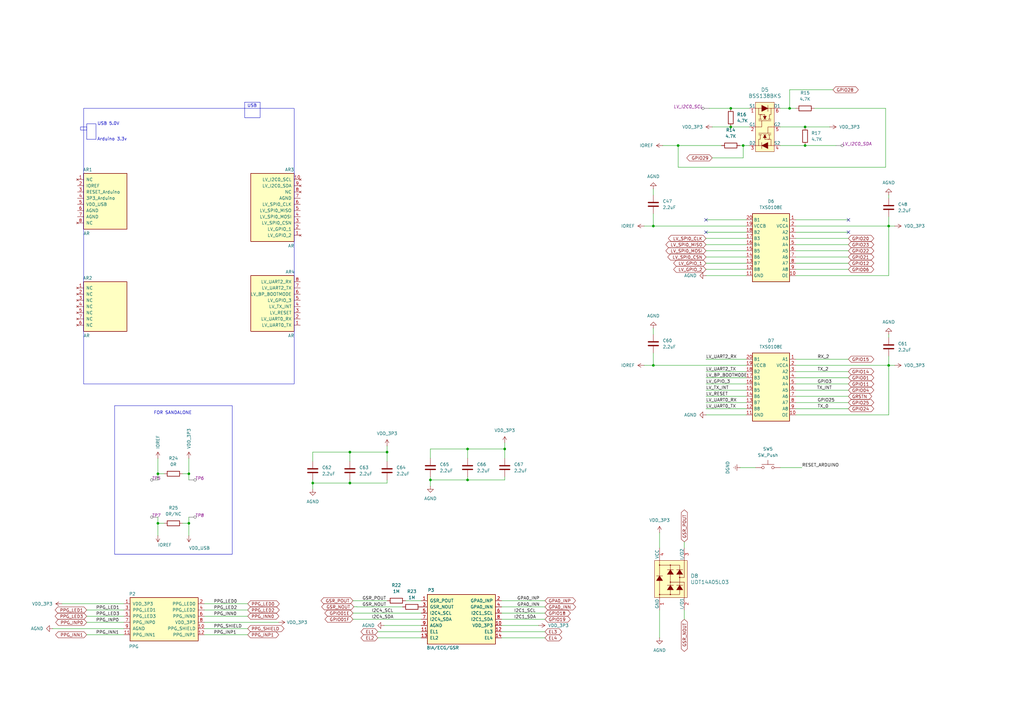
<source format=kicad_sch>
(kicad_sch (version 20231120) (generator "eeschema") (generator_version "8.0")
  (paper "A3")
  (title_block (title "bp6a_evk_shield_sooooooooooookjae") (date "2025-01-07") (rev "v01") (company "MS SEMICONDUCTOR") (comment 4 "Author: Kim DongYeon / Bang MinSeok"))
  (lib_symbols
    (symbol "Conn_ARM_JTAG_SWD_10_1" (pin_names (offset 1.016))
      (property "Reference" "P3" (at -8.636 14.478 0))
      (property "Value" "BIA/ECG/GSR" (at -3.81 -9.144 0))
      (symbol "Conn_ARM_JTAG_SWD_10_1_0_1"
        (rectangle (start -10.16 12.7) (end 17.78 -7.62) (stroke (width 0.254)) (fill (type background)))
      )
      (symbol "Conn_ARM_JTAG_SWD_10_1_1_1"
        (pin power_out line (at -12.7 10.16 0) (length 2.54) (name "GSR_POUT") (number "1"))
        (pin power_out line (at 20.32 0 180) (length 2.54) (name "VDD_3P3") (number "10"))
        (pin bidirectional line (at -12.7 -2.54 0) (length 2.54) (name "EL1") (number "11"))
        (pin bidirectional line (at 20.32 -2.54 180) (length 2.54) (name "EL3") (number "12"))
        (pin bidirectional line (at -12.7 -5.08 0) (length 2.54) (name "EL2") (number "13"))
        (pin bidirectional line (at 20.32 -5.08 180) (length 2.54) (name "EL4") (number "14"))
        (pin bidirectional line (at 20.32 10.16 180) (length 2.54) (name "GPA0_INP") (number "2"))
        (pin bidirectional line (at -12.7 7.62 0) (length 2.54) (name "GSR_NOUT") (number "3"))
        (pin bidirectional line (at 20.32 7.62 180) (length 2.54) (name "GPA0_INN") (number "4"))
        (pin bidirectional line (at -12.7 5.08 0) (length 2.54) (name "I2C4_SCL") (number "5"))
        (pin bidirectional line (at 20.32 5.08 180) (length 2.54) (name "I2C1_SCL") (number "6"))
        (pin bidirectional line (at -12.7 2.54 0) (length 2.54) (name "I2C4_SDA") (number "7"))
        (pin power_out line (at 20.32 2.54 180) (length 2.54) (name "I2C1_SDA") (number "8"))
        (pin power_out line (at -12.7 0 0) (length 2.54) (name "AGND") (number "9"))
      )
    )
    (symbol "Conn_ARM_JTAG_SWD_10_2" (pin_names (offset 1.016))
      (property "Reference" "AR1" (at -6.604 14.224 0))
      (property "Value" "AR" (at -7.62 -11.938 0))
      (symbol "Conn_ARM_JTAG_SWD_10_2_0_1"
        (rectangle (start -10.16 12.7) (end 7.62 -10.16) (stroke (width 0.254)) (fill (type background)))
      )
      (symbol "Conn_ARM_JTAG_SWD_10_2_1_1"
        (pin no_connect line (at -12.7 10.16 0) (length 2.54) (name "NC") (number "1"))
        (pin power_in line (at -12.7 7.62 0) (length 2.54) (name "IOREF") (number "2"))
        (pin power_in line (at -12.7 5.08 0) (length 2.54) (name "RESET_Arduino") (number "3"))
        (pin power_in line (at -12.7 2.54 0) (length 2.54) (name "3P3_Arduino") (number "4"))
        (pin power_in line (at -12.7 0 0) (length 2.54) (name "VDD_USB") (number "5"))
        (pin power_in line (at -12.7 -2.54 0) (length 2.54) (name "AGND") (number "6"))
        (pin power_in line (at -12.7 -5.08 0) (length 2.54) (name "AGND") (number "7"))
        (pin no_connect line (at -12.7 -7.62 0) (length 2.54) (name "NC") (number "8"))
      )
    )
    (symbol "Conn_ARM_JTAG_SWD_10_3" (pin_names (offset 1.016))
      (property "Reference" "AR2" (at -6.604 14.224 0))
      (property "Value" "AR" (at -7.62 -9.398 0))
      (symbol "Conn_ARM_JTAG_SWD_10_3_0_1"
        (rectangle (start -10.16 12.7) (end 7.62 -7.62) (stroke (width 0.254)) (fill (type background)))
      )
      (symbol "Conn_ARM_JTAG_SWD_10_3_1_1"
        (pin no_connect line (at -12.7 10.16 0) (length 2.54) (name "NC") (number "1"))
        (pin no_connect line (at -12.7 7.62 0) (length 2.54) (name "NC") (number "2"))
        (pin no_connect line (at -12.7 5.08 0) (length 2.54) (name "NC") (number "3"))
        (pin no_connect line (at -12.7 2.54 0) (length 2.54) (name "NC") (number "4"))
        (pin no_connect line (at -12.7 0 0) (length 2.54) (name "NC") (number "5"))
        (pin no_connect line (at -12.7 -5.08 0) (length 2.54) (name "NC") (number "6"))
        (pin no_connect line (at -12.7 -2.54 0) (length 2.54) (name "NC") (number "7"))
      )
    )
    (symbol "Conn_ARM_JTAG_SWD_10_4" (pin_names (offset 1.016))
      (property "Reference" "AR3" (at -6.35 19.304 0))
      (property "Value" "AR" (at -7.62 -11.938 0))
      (symbol "Conn_ARM_JTAG_SWD_10_4_0_1"
        (rectangle (start -10.16 17.78) (end 7.62 -10.16) (stroke (width 0.254)) (fill (type background)))
      )
      (symbol "Conn_ARM_JTAG_SWD_10_4_1_1"
        (pin no_connect line (at -12.7 -7.62 0) (length 2.54) (name "LV_GPIO_2") (number "1"))
        (pin no_connect line (at -12.7 15.24 0) (length 2.54) (name "LV_I2C0_SCL") (number "10"))
        (pin power_in line (at -12.7 -5.08 0) (length 2.54) (name "LV_GPIO_1") (number "2"))
        (pin power_in line (at -12.7 -2.54 0) (length 2.54) (name "LV_SPI0_CSN") (number "3"))
        (pin power_in line (at -12.7 0 0) (length 2.54) (name "LV_SPI0_MOSI") (number "4"))
        (pin power_in line (at -12.7 2.54 0) (length 2.54) (name "LV_SPI0_MISO") (number "5"))
        (pin power_in line (at -12.7 5.08 0) (length 2.54) (name "LV_SPI0_CLK") (number "6"))
        (pin power_in line (at -12.7 7.62 0) (length 2.54) (name "AGND") (number "7"))
        (pin no_connect line (at -12.7 10.16 0) (length 2.54) (name "NC") (number "8"))
        (pin no_connect line (at -12.7 12.7 0) (length 2.54) (name "LV_I2C0_SDA") (number "9"))
      )
    )
    (symbol "Conn_ARM_JTAG_SWD_10_5" (pin_names (offset 1.016))
      (property "Reference" "AR4" (at -6.604 14.224 0))
      (property "Value" "AR" (at -7.62 -11.938 0))
      (symbol "Conn_ARM_JTAG_SWD_10_5_0_1"
        (rectangle (start -10.16 -10.16) (end 7.62 12.7) (stroke (width 0.254)) (fill (type background)))
      )
      (symbol "Conn_ARM_JTAG_SWD_10_5_1_1"
        (pin bidirectional line (at -12.7 -7.62 0) (length 2.54) (name "LV_UART0_TX") (number "1"))
        (pin bidirectional line (at -12.7 -5.08 0) (length 2.54) (name "LV_UART0_RX") (number "2"))
        (pin bidirectional line (at -12.7 -2.54 0) (length 2.54) (name "LV_RESET") (number "3"))
        (pin bidirectional line (at -12.7 0 0) (length 2.54) (name "LV_TX_INT") (number "4"))
        (pin bidirectional line (at -12.7 2.54 0) (length 2.54) (name "LV_GPIO_3") (number "5"))
        (pin bidirectional line (at -12.7 5.08 0) (length 2.54) (name "LV_BP_BOOTMODE") (number "6"))
        (pin bidirectional line (at -12.7 7.62 0) (length 2.54) (name "LV_UART2_TX") (number "7"))
        (pin bidirectional line (at -12.7 10.16 0) (length 2.54) (name "LV_UART2_RX") (number "8"))
      )
    )
    (symbol "Connector:Conn_ARM_JTAG_SWD_10" (pin_names (offset 1.016))
      (property "Reference" "P2" (at -7.874 14.224 0))
      (property "Value" "PPG" (at -6.604 -7.366 0))
      (symbol "Conn_ARM_JTAG_SWD_10_0_1"
        (rectangle (start -10.16 12.7) (end 17.78 -5.08) (stroke (width 0.254)) (fill (type background)))
      )
      (symbol "Conn_ARM_JTAG_SWD_10_1_1"
        (pin power_out line (at -12.7 10.16 0) (length 2.54) (name "VDD_3P3") (number "1"))
        (pin bidirectional line (at 20.32 0 180) (length 2.54) (name "PPG_SHIELD") (number "10"))
        (pin bidirectional line (at -12.7 -2.54 0) (length 2.54) (name "PPG_INN1") (number "11"))
        (pin bidirectional line (at 20.32 -2.54 180) (length 2.54) (name "PPG_INP1") (number "12"))
        (pin bidirectional line (at 20.32 10.16 180) (length 2.54) (name "PPG_LED0") (number "2"))
        (pin bidirectional line (at -12.7 7.62 0) (length 2.54) (name "PPG_LED1") (number "3"))
        (pin bidirectional line (at 20.32 7.62 180) (length 2.54) (name "PPG_LED2") (number "4"))
        (pin bidirectional line (at -12.7 5.08 0) (length 2.54) (name "PPG_LED3") (number "5"))
        (pin bidirectional line (at 20.32 5.08 180) (length 2.54) (name "PPG_INN0") (number "6"))
        (pin bidirectional line (at -12.7 2.54 0) (length 2.54) (name "PPG_INP0") (number "7"))
        (pin power_out line (at 20.32 2.54 180) (length 2.54) (name "VDD_3P3") (number "8"))
        (pin power_out line (at -12.7 0 0) (length 2.54) (name "AGND") (number "9"))
      )
    )
    (symbol "Device:C" (pin_numbers hide) (pin_names (offset 0.254))
      (property "Reference" "C" (at 0.635 2.54 0))
      (property "Value" "C" (at 0.635 -2.54 0))
      (symbol "C_0_1"
        (polyline (pts (xy -2.032 -0.762) (xy 2.032 -0.762)) (stroke (width 0.508)))
        (polyline (pts (xy -2.032 0.762) (xy 2.032 0.762)) (stroke (width 0.508)))
      )
      (symbol "C_1_1"
        (pin passive line (at 0 3.81 270) (length 2.794) (name "~") (number "1"))
        (pin passive line (at 0 -3.81 90) (length 2.794) (name "~") (number "2"))
      )
    )
    (symbol "Device:R" (pin_numbers hide) (pin_names (offset 0))
      (property "Reference" "R" (at 2.032 0 90))
      (property "Value" "R" (at 0 0 90))
      (symbol "R_0_1"
        (rectangle (start -1.016 -2.54) (end 1.016 2.54) (stroke (width 0.254)))
      )
      (symbol "R_1_1"
        (pin passive line (at 0 3.81 270) (length 1.27) (name "~") (number "1"))
        (pin passive line (at 0 -3.81 90) (length 1.27) (name "~") (number "2"))
      )
    )
    (symbol "Switch:SW_Push" (pin_numbers hide) (pin_names (offset 1.016) hide)
      (property "Reference" "SW" (at 1.27 2.54 0))
      (property "Value" "SW_Push" (at 0 -1.524 0))
      (symbol "SW_Push_0_1"
        (circle (center -2.032 0) (radius 0.508))
        (polyline (pts (xy 0 1.27) (xy 0 3.048)))
        (polyline (pts (xy 2.54 1.27) (xy -2.54 1.27)))
        (circle (center 2.032 0) (radius 0.508))
        (pin passive line (at -5.08 0 0) (length 2.54) (name "1") (number "1"))
        (pin passive line (at 5.08 0 180) (length 2.54) (name "2") (number "2"))
      )
    )
    (symbol "bp6a_comp:BSS138BKS" (pin_names (offset 0))
      (property "Reference" "D" (at -1.27 -17.78 0))
      (property "Value" "BSS138BKS" (at -1.27 -15.24 0))
      (symbol "BSS138BKS_0_1"
        (rectangle (start -5.08 7.62) (end 2.54 -12.7) (fill (type background)))
        (polyline (pts (xy -5.08 -2.54) (xy -3.81 -2.54)))
        (polyline (pts (xy -3.81 -10.16) (xy -5.08 -10.16)))
        (polyline (pts (xy -3.81 -5.08) (xy 1.27 -5.08)))
        (polyline (pts (xy -3.81 5.08) (xy -5.08 5.08)))
        (polyline (pts (xy -3.175 -5.715) (xy -3.175 -6.985)))
        (polyline (pts (xy -3.175 1.905) (xy -3.175 0.635)))
        (polyline (pts (xy -2.54 -11.43) (xy -2.54 -8.89)))
        (polyline (pts (xy -2.54 -10.16) (xy -3.81 -10.16)))
        (polyline (pts (xy -2.54 -5.715) (xy -3.81 -5.715)))
        (polyline (pts (xy -2.54 0.635) (xy -3.81 0.635)))
        (polyline (pts (xy -2.54 5.08) (xy -3.81 5.08)))
        (polyline (pts (xy -1.905 0.635) (xy -0.635 0.635)))
        (polyline (pts (xy -0.635 -5.715) (xy -1.905 -5.715)))
        (polyline (pts (xy 0 -10.16) (xy 1.27 -10.16)))
        (polyline (pts (xy 0 -5.715) (xy 1.27 -5.715)))
        (polyline (pts (xy 0 0.635) (xy 1.27 0.635)))
        (polyline (pts (xy 0 5.08) (xy 1.27 5.08)))
        (polyline (pts (xy 0 6.35) (xy 0 3.81)))
        (polyline (pts (xy 0.635 -6.985) (xy 0.635 -5.715)))
        (polyline (pts (xy 0.635 0.635) (xy 0.635 1.905)))
        (polyline (pts (xy 1.27 -2.54) (xy 2.54 -2.54)))
        (polyline (pts (xy 1.27 0) (xy -3.81 0)))
        (polyline (pts (xy 2.54 -10.16) (xy 1.27 -10.16)))
        (polyline (pts (xy 2.54 5.08) (xy 1.27 5.08)))
        (polyline (pts (xy -3.81 5.08) (xy -3.81 2.54) (xy -2.54 2.54)))
        (polyline (pts (xy -2.54 0) (xy -2.54 -2.54) (xy -3.81 -2.54)))
        (polyline (pts (xy 1.27 -10.16) (xy 1.27 -7.62) (xy 0 -7.62)))
        (polyline (pts (xy 1.27 -2.54) (xy 0 -2.54) (xy 0 -5.08)))
        (polyline (pts (xy -3.175 -6.985) (xy -3.175 -7.62) (xy -3.81 -7.62) (xy -3.81 -10.16)))
        (polyline (pts (xy -2.54 6.35) (xy -2.54 3.81) (xy 0 5.08) (xy -2.54 6.35)) (fill (type outline)))
        (polyline (pts (xy -1.905 1.905) (xy -1.27 0.635) (xy -0.635 1.905) (xy -1.905 1.905)) (fill (type outline)))
        (polyline (pts (xy -1.27 -6.985) (xy -1.27 -7.62) (xy 0.635 -7.62) (xy 0.635 -6.985)))
        (polyline (pts (xy -1.27 1.905) (xy -1.27 2.54) (xy -3.175 2.54) (xy -3.175 1.905)))
        (polyline (pts (xy -0.635 -6.985) (xy -1.27 -5.715) (xy -1.905 -6.985) (xy -0.635 -6.985)) (fill (type outline)))
        (polyline (pts (xy 0 -11.43) (xy 0 -8.89) (xy -2.54 -10.16) (xy 0 -11.43)) (fill (type outline)))
        (polyline (pts (xy 0.635 1.905) (xy 0.635 2.54) (xy 1.27 2.54) (xy 1.27 5.08)))
      )
      (symbol "BSS138BKS_1_1"
        (pin input line (at -7.62 5.08 0) (length 2.54) (name "S1") (number "1"))
        (pin input line (at -7.62 -2.54 0) (length 2.54) (name "G1") (number "2"))
        (pin output line (at -7.62 -10.16 0) (length 2.54) (name "D2") (number "3"))
        (pin input line (at 5.08 -10.16 180) (length 2.54) (name "S2") (number "4"))
        (pin input line (at 5.08 -2.54 180) (length 2.54) (name "G2") (number "5"))
        (pin output line (at 5.08 5.08 180) (length 2.54) (name "D1") (number "6"))
      )
    )
    (symbol "bp6a_comp:TXS0108E"
      (property "Reference" "D" (at -7.62 16.256 0))
      (property "Value" "TXS0108E" (at -7.62 -14.478 0))
      (symbol "TXS0108E_0_1"
        (rectangle (start -7.62 15.24) (end 7.62 -12.7) (stroke (width 0.254)) (fill (type background)))
      )
      (symbol "TXS0108E_1_1"
        (pin bidirectional line (at 10.16 12.7 180) (length 2.54) (name "A1") (number "1"))
        (pin power_in line (at 10.16 -10.16 180) (length 2.54) (name "OE") (number "10"))
        (pin power_in line (at -10.16 -10.16 0) (length 2.54) (name "GND") (number "11"))
        (pin bidirectional line (at -10.16 -7.62 0) (length 2.54) (name "B8") (number "12"))
        (pin bidirectional line (at -10.16 -5.08 0) (length 2.54) (name "B7") (number "13"))
        (pin bidirectional line (at -10.16 -2.54 0) (length 2.54) (name "B6") (number "14"))
        (pin bidirectional line (at -10.16 0 0) (length 2.54) (name "B5") (number "15"))
        (pin bidirectional line (at -10.16 2.54 0) (length 2.54) (name "B4") (number "16"))
        (pin bidirectional line (at -10.16 5.08 0) (length 2.54) (name "B3") (number "17"))
        (pin bidirectional line (at -10.16 7.62 0) (length 2.54) (name "B2") (number "18"))
        (pin power_in line (at -10.16 10.16 0) (length 2.54) (name "VCCB") (number "19"))
        (pin power_in line (at 10.16 10.16 180) (length 2.54) (name "VCCA") (number "2"))
        (pin bidirectional line (at -10.16 12.7 0) (length 2.54) (name "B1") (number "20"))
        (pin bidirectional line (at 10.16 7.62 180) (length 2.54) (name "A2") (number "3"))
        (pin bidirectional line (at 10.16 5.08 180) (length 2.54) (name "A3") (number "4"))
        (pin bidirectional line (at 10.16 2.54 180) (length 2.54) (name "A4") (number "5"))
        (pin bidirectional line (at 10.16 0 180) (length 2.54) (name "A5") (number "6"))
        (pin bidirectional line (at 10.16 -2.54 180) (length 2.54) (name "A6") (number "7"))
        (pin bidirectional line (at 10.16 -5.08 180) (length 2.54) (name "A7") (number "8"))
        (pin bidirectional line (at 10.16 -7.62 180) (length 2.54) (name "A8") (number "9"))
      )
    )
    (symbol "bp6a_comp:UDT14A05L03" (pin_names (offset 0))
      (property "Reference" "D" (at -7.7724 8.0264 0))
      (property "Value" "UDT14A05L03" (at 0 -7.8232 0))
      (symbol "UDT14A05L03_0_1"
        (rectangle (start -7.62 7.112) (end 7.62 -6.2484) (fill (type background)))
        (circle (center -6.35 0.635) (radius 0.1778) (fill (type outline)))
        (circle (center -6.35 5.08) (radius 0.1778) (fill (type outline)))
        (circle (center -1.27 0.635) (radius 0.1778) (fill (type outline)))
        (polyline (pts (xy -4.445 0.635) (xy -6.35 0.635)))
        (polyline (pts (xy -2.54 -3.175) (xy 1.905 -3.175)))
        (polyline (pts (xy -2.54 -1.905) (xy -2.54 -4.445)))
        (polyline (pts (xy -2.54 0.635) (xy 1.905 0.635)) (fill (type outline)))
        (polyline (pts (xy -2.54 1.905) (xy -2.54 -0.635)))
        (polyline (pts (xy -0.635 5.08) (xy -7.62 5.08)))
        (polyline (pts (xy 1.27 3.81) (xy 1.27 3.81)))
        (polyline (pts (xy 1.27 6.35) (xy 1.27 3.81)))
        (polyline (pts (xy 3.81 -1.905) (xy 3.81 -4.445)))
        (polyline (pts (xy 3.81 1.905) (xy 3.81 -0.635)))
        (polyline (pts (xy 5.715 0.635) (xy 3.81 0.635)))
        (polyline (pts (xy 7.62 5.08) (xy 1.27 5.08)))
        (polyline (pts (xy -4.445 -3.175) (xy -6.35 -3.175) (xy -6.35 5.08)))
        (polyline (pts (xy -1.27 0.635) (xy -1.27 -5.08) (xy -7.62 -5.08)))
        (polyline (pts (xy 3.81 -3.175) (xy 5.715 -3.175) (xy 5.715 5.08)))
        (polyline (pts (xy 7.62 -5.08) (xy 0.635 -5.08) (xy 0.635 -3.175)))
        (polyline (pts (xy -4.445 -1.905) (xy -4.445 -4.445) (xy -2.54 -3.175) (xy -4.445 -1.905)) (fill (type outline)))
        (polyline (pts (xy -4.445 1.905) (xy -4.445 -0.635) (xy -2.54 0.635) (xy -4.445 1.905)) (fill (type outline)))
        (polyline (pts (xy -0.635 6.35) (xy -0.635 3.81) (xy 1.27 5.08) (xy -0.635 6.35)) (fill (type outline)))
        (polyline (pts (xy 1.905 -1.905) (xy 1.905 -4.445) (xy 3.81 -3.175) (xy 1.905 -1.905)) (fill (type outline)))
        (polyline (pts (xy 1.905 1.905) (xy 1.905 -0.635) (xy 3.81 0.635) (xy 1.905 1.905)) (fill (type outline)))
        (circle (center 0.635 -3.175) (radius 0.1778) (fill (type outline)))
        (circle (center 5.715 0.635) (radius 0.1778) (fill (type outline)))
        (circle (center 5.715 5.08) (radius 0.1778) (fill (type outline)))
      )
      (symbol "UDT14A05L03_1_1"
        (pin output line (at -12.7 5.08 0) (length 5.08) (name "GND") (number "1"))
        (pin output line (at -12.7 -5.08 0) (length 5.08) (name "I/O1") (number "2"))
        (pin output line (at 12.7 -5.08 180) (length 5.08) (name "I/O2") (number "3"))
        (pin output line (at 12.7 5.08 180) (length 5.08) (name "VCC") (number "4"))
      )
    )
    (symbol "power:Earth" (power) (pin_numbers hide) (pin_names (offset 0) hide)
      (property "Value" "Earth" (at 0 -3.81 0))
      (symbol "Earth_0_1"
        (polyline (pts (xy -0.635 -1.905) (xy 0.635 -1.905)))
        (polyline (pts (xy -0.127 -2.54) (xy 0.127 -2.54)))
        (polyline (pts (xy 0 -1.27) (xy 0 0)))
        (polyline (pts (xy 1.27 -1.27) (xy -1.27 -1.27)))
      )
      (symbol "Earth_1_1"
        (pin power_in line (at 0 0 270) (length 0) (name "~") (number "1"))
      )
    )
    (symbol "power:GND" (power) (pin_numbers hide) (pin_names (offset 0) hide)
      (property "Value" "GND" (at 0 -3.81 0))
      (symbol "GND_0_1"
        (polyline (pts (xy 0 0) (xy 0 -1.27) (xy 1.27 -1.27) (xy 0 -2.54) (xy -1.27 -1.27) (xy 0 -1.27)))
      )
      (symbol "GND_1_1"
        (pin power_in line (at 0 0 270) (length 0) (name "~") (number "1"))
      )
    )
    (symbol "power:VDD" (power) (pin_numbers hide) (pin_names (offset 0) hide)
      (property "Value" "VDD" (at 0 3.556 0))
      (symbol "VDD_0_1"
        (polyline (pts (xy -0.762 1.27) (xy 0 2.54)))
        (polyline (pts (xy 0 0) (xy 0 2.54)))
        (polyline (pts (xy 0 2.54) (xy 0.762 1.27)))
      )
      (symbol "VDD_1_1"
        (pin power_in line (at 0 0 90) (length 0) (name "~") (number "1"))
      )
    )
  )
  (junction (at 64.77 214.63))
  (junction (at 176.53 196.85))
  (junction (at 207.01 184.15))
  (junction (at 278.13 59.69))
  (junction (at 191.77 196.85))
  (junction (at 267.97 149.86))
  (junction (at 364.49 92.71))
  (junction (at 267.97 92.71))
  (junction (at 299.72 44.45))
  (junction (at 143.51 185.42))
  (junction (at 304.8 59.69))
  (junction (at 191.77 184.15))
  (junction (at 143.51 198.12))
  (junction (at 323.85 44.45))
  (junction (at 330.2 59.69))
  (junction (at 330.2 52.07))
  (junction (at 77.47 214.63))
  (junction (at 158.75 185.42))
  (junction (at 128.27 198.12))
  (junction (at 77.47 194.31))
  (junction (at 364.49 149.86))
  (junction (at 64.77 194.31))
  (junction (at 299.72 52.07))
  (no_connect (at 347.98 95.25))
  (no_connect (at 347.98 90.17))
  (no_connect (at 289.56 90.17))
  (no_connect (at 289.56 95.25))
  (wire (pts (xy 326.39 147.32) (xy 347.98 147.32)))
  (wire (pts (xy 323.85 44.45) (xy 326.39 44.45)))
  (wire (pts (xy 264.16 92.71) (xy 267.97 92.71)))
  (wire (pts (xy 166.37 246.38) (xy 172.72 246.38)))
  (wire (pts (xy 270.51 250.19) (xy 270.51 261.62)))
  (wire (pts (xy 364.49 113.03) (xy 364.49 92.71)))
  (wire (pts (xy 267.97 144.78) (xy 267.97 149.86)))
  (wire (pts (xy 326.39 154.94) (xy 347.98 154.94)))
  (wire (pts (xy 289.56 167.64) (xy 306.07 167.64)))
  (wire (pts (xy 83.82 255.27) (xy 114.3 255.27)))
  (wire (pts (xy 21.59 257.81) (xy 50.8 257.81)))
  (wire (pts (xy 191.77 196.85) (xy 176.53 196.85)))
  (wire (pts (xy 35.56 250.19) (xy 50.8 250.19)))
  (wire (pts (xy 158.75 185.42) (xy 158.75 189.23)))
  (wire (pts (xy 326.39 157.48) (xy 347.98 157.48)))
  (wire (pts (xy 223.52 251.46) (xy 205.74 251.46)))
  (wire (pts (xy 326.39 110.49) (xy 347.98 110.49)))
  (wire (pts (xy 64.77 194.31) (xy 67.31 194.31)))
  (wire (pts (xy 299.72 52.07) (xy 307.34 52.07)))
  (wire (pts (xy 303.53 191.77) (xy 309.88 191.77)))
  (wire (pts (xy 264.16 149.86) (xy 267.97 149.86)))
  (wire (pts (xy 35.56 252.73) (xy 50.8 252.73)))
  (wire (pts (xy 289.56 162.56) (xy 306.07 162.56)))
  (wire (pts (xy 154.94 259.08) (xy 172.72 259.08)))
  (wire (pts (xy 334.01 44.45) (xy 363.22 44.45)))
  (wire (pts (xy 341.63 36.83) (xy 323.85 36.83)))
  (wire (pts (xy 64.77 214.63) (xy 67.31 214.63)))
  (wire (pts (xy 326.39 160.02) (xy 347.98 160.02)))
  (wire (pts (xy 364.49 149.86) (xy 367.03 149.86)))
  (wire (pts (xy 289.56 97.79) (xy 306.07 97.79)))
  (wire (pts (xy 101.6 250.19) (xy 83.82 250.19)))
  (wire (pts (xy 101.6 252.73) (xy 83.82 252.73)))
  (wire (pts (xy 326.39 152.4) (xy 347.98 152.4)))
  (wire (pts (xy 191.77 184.15) (xy 207.01 184.15)))
  (wire (pts (xy 191.77 184.15) (xy 191.77 187.96)))
  (wire (pts (xy 278.13 68.58) (xy 278.13 59.69)))
  (wire (pts (xy 207.01 184.15) (xy 207.01 187.96)))
  (wire (pts (xy 64.77 194.31) (xy 64.77 196.85)))
  (wire (pts (xy 363.22 44.45) (xy 363.22 68.58)))
  (wire (pts (xy 128.27 196.85) (xy 128.27 198.12)))
  (wire (pts (xy 146.3908 248.8777) (xy 146.3908 248.92)))
  (wire (pts (xy 304.8 64.77) (xy 304.8 59.69)))
  (wire (pts (xy 289.56 90.17) (xy 306.07 90.17)))
  (wire (pts (xy 74.93 214.63) (xy 77.47 214.63)))
  (wire (pts (xy 128.27 198.12) (xy 128.27 200.66)))
  (wire (pts (xy 176.53 184.15) (xy 191.77 184.15)))
  (wire (pts (xy 191.77 196.85) (xy 207.01 196.85)))
  (wire (pts (xy 364.49 88.9) (xy 364.49 92.71)))
  (wire (pts (xy 223.52 248.92) (xy 205.74 248.92)))
  (wire (pts (xy 326.39 149.86) (xy 364.49 149.86)))
  (wire (pts (xy 326.39 90.17) (xy 347.98 90.17)))
  (wire (pts (xy 101.6 257.81) (xy 83.82 257.81)))
  (wire (pts (xy 364.49 80.01) (xy 364.49 81.28)))
  (wire (pts (xy 363.22 68.58) (xy 278.13 68.58)))
  (wire (pts (xy 25.4 247.65) (xy 50.8 247.65)))
  (wire (pts (xy 223.52 254) (xy 205.74 254)))
  (wire (pts (xy 289.56 157.48) (xy 306.07 157.48)))
  (wire (pts (xy 144.78 254) (xy 172.72 254)))
  (wire (pts (xy 267.97 134.62) (xy 267.97 137.16)))
  (wire (pts (xy 128.27 189.23) (xy 128.27 185.42)))
  (wire (pts (xy 35.56 260.35) (xy 50.8 260.35)))
  (wire (pts (xy 145.1208 248.8777) (xy 146.3908 248.8777)))
  (wire (pts (xy 326.39 165.1) (xy 347.98 165.1)))
  (wire (pts (xy 289.56 165.1) (xy 306.07 165.1)))
  (wire (pts (xy 364.49 137.16) (xy 364.49 138.43)))
  (wire (pts (xy 303.53 59.69) (xy 304.8 59.69)))
  (wire (pts (xy 289.56 152.4) (xy 306.07 152.4)))
  (wire (pts (xy 323.85 36.83) (xy 323.85 44.45)))
  (wire (pts (xy 154.94 261.62) (xy 172.72 261.62)))
  (wire (pts (xy 289.56 100.33) (xy 306.07 100.33)))
  (wire (pts (xy 158.75 196.85) (xy 158.75 198.12)))
  (wire (pts (xy 320.04 44.45) (xy 323.85 44.45)))
  (wire (pts (xy 267.97 87.63) (xy 267.97 92.71)))
  (wire (pts (xy 290.83 44.45) (xy 299.72 44.45)))
  (wire (pts (xy 144.78 246.38) (xy 158.75 246.38)))
  (wire (pts (xy 289.56 154.94) (xy 306.07 154.94)))
  (wire (pts (xy 64.77 214.63) (xy 64.77 212.09)))
  (wire (pts (xy 326.39 92.71) (xy 364.49 92.71)))
  (wire (pts (xy 326.39 100.33) (xy 347.98 100.33)))
  (wire (pts (xy 191.77 195.58) (xy 191.77 196.85)))
  (wire (pts (xy 101.6 260.35) (xy 83.82 260.35)))
  (wire (pts (xy 143.51 198.12) (xy 128.27 198.12)))
  (wire (pts (xy 77.47 194.31) (xy 77.47 196.85)))
  (wire (pts (xy 205.74 256.54) (xy 220.98 256.54)))
  (wire (pts (xy 77.47 219.71) (xy 77.47 214.63)))
  (wire (pts (xy 146.3908 248.92) (xy 165.1 248.92)))
  (wire (pts (xy 144.78 251.46) (xy 172.72 251.46)))
  (wire (pts (xy 64.77 187.96) (xy 64.77 194.31)))
  (wire (pts (xy 326.39 170.18) (xy 364.49 170.18)))
  (wire (pts (xy 289.56 102.87) (xy 306.07 102.87)))
  (wire (pts (xy 326.39 107.95) (xy 347.98 107.95)))
  (wire (pts (xy 326.39 162.56) (xy 347.98 162.56)))
  (wire (pts (xy 320.04 191.77) (xy 328.93 191.77)))
  (wire (pts (xy 299.72 44.45) (xy 307.34 44.45)))
  (wire (pts (xy 364.49 146.05) (xy 364.49 149.86)))
  (wire (pts (xy 289.56 113.03) (xy 306.07 113.03)))
  (wire (pts (xy 143.51 185.42) (xy 143.51 189.23)))
  (wire (pts (xy 289.56 160.02) (xy 306.07 160.02)))
  (wire (pts (xy 223.52 261.62) (xy 205.74 261.62)))
  (wire (pts (xy 326.39 105.41) (xy 347.98 105.41)))
  (wire (pts (xy 304.8 59.69) (xy 307.34 59.69)))
  (wire (pts (xy 289.56 170.18) (xy 306.07 170.18)))
  (wire (pts (xy 320.04 59.69) (xy 330.2 59.69)))
  (wire (pts (xy 207.01 195.58) (xy 207.01 196.85)))
  (wire (pts (xy 364.49 92.71) (xy 367.03 92.71)))
  (wire (pts (xy 271.78 59.69) (xy 278.13 59.69)))
  (wire (pts (xy 289.56 105.41) (xy 306.07 105.41)))
  (wire (pts (xy 270.51 218.44) (xy 270.51 224.79)))
  (wire (pts (xy 289.56 147.32) (xy 306.07 147.32)))
  (wire (pts (xy 128.27 185.42) (xy 143.51 185.42)))
  (wire (pts (xy 101.6 247.65) (xy 83.82 247.65)))
  (wire (pts (xy 330.2 52.07) (xy 340.36 52.07)))
  (wire (pts (xy 292.1 64.77) (xy 304.8 64.77)))
  (wire (pts (xy 326.39 113.03) (xy 364.49 113.03)))
  (wire (pts (xy 267.97 92.71) (xy 306.07 92.71)))
  (wire (pts (xy 74.93 194.31) (xy 77.47 194.31)))
  (wire (pts (xy 289.56 107.95) (xy 306.07 107.95)))
  (wire (pts (xy 330.2 59.69) (xy 342.9 59.69)))
  (wire (pts (xy 223.52 246.38) (xy 205.74 246.38)))
  (wire (pts (xy 326.39 167.64) (xy 347.98 167.64)))
  (wire (pts (xy 77.47 214.63) (xy 77.47 212.09)))
  (wire (pts (xy 35.56 255.27) (xy 50.8 255.27)))
  (wire (pts (xy 267.97 77.47) (xy 267.97 80.01)))
  (wire (pts (xy 326.39 97.79) (xy 347.98 97.79)))
  (wire (pts (xy 176.53 196.85) (xy 176.53 199.39)))
  (wire (pts (xy 280.67 250.19) (xy 280.67 254)))
  (wire (pts (xy 320.04 52.07) (xy 330.2 52.07)))
  (wire (pts (xy 176.53 187.96) (xy 176.53 184.15)))
  (wire (pts (xy 143.51 198.12) (xy 158.75 198.12)))
  (wire (pts (xy 223.52 259.08) (xy 205.74 259.08)))
  (wire (pts (xy 292.1 52.07) (xy 299.72 52.07)))
  (wire (pts (xy 326.39 95.25) (xy 347.98 95.25)))
  (wire (pts (xy 77.47 187.96) (xy 77.47 194.31)))
  (wire (pts (xy 157.48 256.54) (xy 172.72 256.54)))
  (wire (pts (xy 143.51 185.42) (xy 158.75 185.42)))
  (wire (pts (xy 289.56 110.49) (xy 306.07 110.49)))
  (wire (pts (xy 326.39 102.87) (xy 347.98 102.87)))
  (wire (pts (xy 267.97 149.86) (xy 306.07 149.86)))
  (wire (pts (xy 289.56 95.25) (xy 306.07 95.25)))
  (wire (pts (xy 176.53 195.58) (xy 176.53 196.85)))
  (wire (pts (xy 143.51 196.85) (xy 143.51 198.12)))
  (wire (pts (xy 158.75 182.88) (xy 158.75 185.42)))
  (wire (pts (xy 280.67 222.25) (xy 280.67 224.79)))
  (wire (pts (xy 207.01 181.61) (xy 207.01 184.15)))
  (wire (pts (xy 364.49 170.18) (xy 364.49 149.86)))
  (wire (pts (xy 278.13 59.69) (xy 295.91 59.69)))
  (wire (pts (xy 64.77 219.71) (xy 64.77 214.63)))
  (rectangle (start 35.56 50.8) (end 39.37 57.15))
  (rectangle (start 33.02 52.07) (end 35.56 53.34))
  (rectangle (start 46.99 166.37) (end 95.25 227.33))
  (rectangle (start 34.29 44.45) (end 120.65 157.48))
  (rectangle (start 100.33 41.91) (end 106.68 48.26))
  (text "USB\n" (at 103.378 43.434 0) (effects (font (size 1.27 1.27))))
  (text "FOR SANDALONE\n" (at 70.866 169.418 0) (effects (font (size 1.27 1.27))))
  (text "USB 5.0V\n" (at 44.45 50.8 0) (effects (font (size 1.27 1.27))))
  (text "Arduino 3.3v\n" (at 45.974 57.15 0) (effects (font (size 1.27 1.27))))
  (label " TX_INT" (at 334.01 160.02 0))
  (label "LV_UART2_RX" (at 289.56 147.32 0))
  (label "PPG_LED1" (at 39.37 250.19 0))
  (label "LV_UART0_TX" (at 289.56 167.64 0))
  (label "GSR_NOUT" (at 148.59 248.92 0))
  (label "PPG_SHIELD" (at 87.63 257.81 0))
  (label "PPG_INP1" (at 87.63 260.35 0))
  (label "RESET_ARDUINO" (at 328.93 191.77 0))
  (label "LV_UART0_RX" (at 289.56 165.1 0))
  (label "PPG_INN0" (at 87.63 252.73 0))
  (label "PPG_INP0" (at 39.37 255.27 0))
  (label "I2C1_SDA" (at 210.82 254 0))
  (label "PPG_LED2" (at 87.63 250.19 0))
  (label "GPA0_INP" (at 212.09 246.38 0))
  (label "GPA0_INN" (at 212.09 248.92 0))
  (label "GSR_POUT" (at 148.59 246.38 0))
  (label "I2C4_SCL" (at 152.4 251.46 0))
  (label "PPG_INN1" (at 39.37 260.35 0))
  (label "PPG_LED0" (at 87.63 247.65 0))
  (label "LV_GPIO_3" (at 289.56 157.48 0))
  (label "I2C4_SDA" (at 152.4 254 0))
  (label "PPG_LED3" (at 39.37 252.73 0))
  (label "TX_2" (at 335.28 152.4 0))
  (label "GPIO3" (at 335.28 157.48 0))
  (label "LV_TX_INT" (at 289.56 160.02 0))
  (label "LV_BP_BOOTMODE" (at 289.56 154.94 0))
  (label "I2C1_SCL" (at 210.82 251.46 0))
  (label "LV_RESET" (at 289.56 162.56 0))
  (label "TX_0" (at 335.28 167.64 0))
  (label "LV_UART2_TX" (at 289.56 152.4 0))
  (label "RX_2" (at 335.28 147.32 0))
  (label "GPIO25" (at 335.28 165.1 0))
  (global_label "GPA0_INN" (shape bidirectional) (at 223.52 248.92 0) (property "Intersheetrefs" "${INTERSHEET_REFS}" (effects (hide yes))))
  (global_label "LV_SPI0_CSN" (shape bidirectional) (at 289.56 105.41 180) (property "Intersheetrefs" "${INTERSHEET_REFS}" (effects (hide yes))))
  (global_label "GSR_NOUT" (shape bidirectional) (at 280.67 254 270) (property "Intersheetrefs" "${INTERSHEET_REFS}" (effects (hide yes))))
  (global_label "LV_SPI0_MOSI" (shape bidirectional) (at 289.56 102.87 180) (property "Intersheetrefs" "${INTERSHEET_REFS}" (effects (hide yes))))
  (global_label "EL2" (shape bidirectional) (at 154.94 261.62 180) (property "Intersheetrefs" "${INTERSHEET_REFS}" (effects (hide yes))))
  (global_label "PPG_INP0" (shape bidirectional) (at 35.56 255.27 180) (property "Intersheetrefs" "${INTERSHEET_REFS}" (effects (hide yes))))
  (global_label "GPIO06" (shape bidirectional) (at 347.98 110.49 0) (property "Intersheetrefs" "${INTERSHEET_REFS}" (effects (hide yes))))
  (global_label "GRSTN" (shape bidirectional) (at 347.98 162.56 0) (property "Intersheetrefs" "${INTERSHEET_REFS}" (effects (hide yes))))
  (global_label "GPIO18" (shape bidirectional) (at 223.52 251.46 0) (property "Intersheetrefs" "${INTERSHEET_REFS}" (effects (hide yes))))
  (global_label "GPIO19" (shape bidirectional) (at 223.52 254 0) (property "Intersheetrefs" "${INTERSHEET_REFS}" (effects (hide yes))))
  (global_label "PPG_SHIELD" (shape bidirectional) (at 101.6 257.81 0) (property "Intersheetrefs" "${INTERSHEET_REFS}" (effects (hide yes))))
  (global_label "GSR_NOUT" (shape bidirectional) (at 145.1208 248.8777 180) (property "Intersheetrefs" "${INTERSHEET_REFS}" (effects (hide yes))))
  (global_label "EL4" (shape bidirectional) (at 223.52 261.62 0) (property "Intersheetrefs" "${INTERSHEET_REFS}" (effects (hide yes))))
  (global_label "GPIO20" (shape bidirectional) (at 347.98 97.79 0) (property "Intersheetrefs" "${INTERSHEET_REFS}" (effects (hide yes))))
  (global_label "GPIO23" (shape bidirectional) (at 347.98 100.33 0) (property "Intersheetrefs" "${INTERSHEET_REFS}" (effects (hide yes))))
  (global_label "GPIO04" (shape bidirectional) (at 347.98 160.02 0) (property "Intersheetrefs" "${INTERSHEET_REFS}" (effects (hide yes))))
  (global_label "LV_GPIO_1" (shape bidirectional) (at 289.56 107.95 180) (property "Intersheetrefs" "${INTERSHEET_REFS}" (effects (hide yes))))
  (global_label "GPIO29" (shape bidirectional) (at 292.1 64.77 180) (property "Intersheetrefs" "${INTERSHEET_REFS}" (effects (hide yes))))
  (global_label "GSR_POUT" (shape bidirectional) (at 144.78 246.38 180) (property "Intersheetrefs" "${INTERSHEET_REFS}" (effects (hide yes))))
  (global_label "LV_SPI0_CLK" (shape bidirectional) (at 289.56 97.79 180) (property "Intersheetrefs" "${INTERSHEET_REFS}" (effects (hide yes))))
  (global_label "PPG_INN0" (shape bidirectional) (at 101.6 252.73 0) (property "Intersheetrefs" "${INTERSHEET_REFS}" (effects (hide yes))))
  (global_label "PPG_LED1" (shape bidirectional) (at 35.56 250.19 180) (property "Intersheetrefs" "${INTERSHEET_REFS}" (effects (hide yes))))
  (global_label "GPA0_INP" (shape bidirectional) (at 223.52 246.38 0) (property "Intersheetrefs" "${INTERSHEET_REFS}" (effects (hide yes))))
  (global_label "GPIO14" (shape bidirectional) (at 347.98 152.4 0) (property "Intersheetrefs" "${INTERSHEET_REFS}" (effects (hide yes))))
  (global_label "EL3" (shape bidirectional) (at 223.52 259.08 0) (property "Intersheetrefs" "${INTERSHEET_REFS}" (effects (hide yes))))
  (global_label "GPIO25" (shape bidirectional) (at 347.98 165.1 0) (property "Intersheetrefs" "${INTERSHEET_REFS}" (effects (hide yes))))
  (global_label "GSR_POUT" (shape bidirectional) (at 280.67 222.25 90) (property "Intersheetrefs" "${INTERSHEET_REFS}" (effects (hide yes))))
  (global_label "GPIO21" (shape bidirectional) (at 347.98 105.41 0) (property "Intersheetrefs" "${INTERSHEET_REFS}" (effects (hide yes))))
  (global_label "PPG_INP1" (shape bidirectional) (at 101.6 260.35 0) (property "Intersheetrefs" "${INTERSHEET_REFS}" (effects (hide yes))))
  (global_label "EL1" (shape bidirectional) (at 154.94 259.08 180) (property "Intersheetrefs" "${INTERSHEET_REFS}" (effects (hide yes))))
  (global_label "GPIO01E" (shape bidirectional) (at 144.78 251.46 180) (property "Intersheetrefs" "${INTERSHEET_REFS}" (effects (hide yes))))
  (global_label "LV_SPI0_MISO" (shape bidirectional) (at 289.56 100.33 180) (property "Intersheetrefs" "${INTERSHEET_REFS}" (effects (hide yes))))
  (global_label "GPIO01F" (shape bidirectional) (at 144.78 254 180) (property "Intersheetrefs" "${INTERSHEET_REFS}" (effects (hide yes))))
  (global_label "GPIO24" (shape bidirectional) (at 347.98 167.64 0) (property "Intersheetrefs" "${INTERSHEET_REFS}" (effects (hide yes))))
  (global_label "GPIO22" (shape bidirectional) (at 347.98 102.87 0) (property "Intersheetrefs" "${INTERSHEET_REFS}" (effects (hide yes))))
  (global_label "GPIO11" (shape bidirectional) (at 347.98 157.48 0) (property "Intersheetrefs" "${INTERSHEET_REFS}" (effects (hide yes))))
  (global_label "GPIO15" (shape bidirectional) (at 347.98 147.32 0) (property "Intersheetrefs" "${INTERSHEET_REFS}" (effects (hide yes))))
  (global_label "GPIO01" (shape bidirectional) (at 347.98 154.94 0) (property "Intersheetrefs" "${INTERSHEET_REFS}" (effects (hide yes))))
  (global_label "PPG_LED2" (shape bidirectional) (at 101.6 250.19 0) (property "Intersheetrefs" "${INTERSHEET_REFS}" (effects (hide yes))))
  (global_label "PPG_LED0" (shape bidirectional) (at 101.6 247.65 0) (property "Intersheetrefs" "${INTERSHEET_REFS}" (effects (hide yes))))
  (global_label "GPIO28" (shape bidirectional) (at 341.63 36.83 0) (property "Intersheetrefs" "${INTERSHEET_REFS}" (effects (hide yes))))
  (global_label "GPIO12" (shape bidirectional) (at 347.98 107.95 0) (property "Intersheetrefs" "${INTERSHEET_REFS}" (effects (hide yes))))
  (global_label "LV_GPIO_2" (shape bidirectional) (at 289.56 110.49 180) (property "Intersheetrefs" "${INTERSHEET_REFS}" (effects (hide yes))))
  (global_label "PPG_LED3" (shape bidirectional) (at 35.56 252.73 180) (property "Intersheetrefs" "${INTERSHEET_REFS}" (effects (hide yes))))
  (global_label "PPG_INN1" (shape bidirectional) (at 35.56 260.35 180) (property "Intersheetrefs" "${INTERSHEET_REFS}" (effects (hide yes))))
  (netclass_flag "" (length 2.54) (shape round) (at 64.77 212.09 90) (property "Netclass" "TP7" (at 62.23 211.3915 0) (effects (font (italic yes)) (justify left))))
  (netclass_flag "" (length 2.54) (shape round) (at 77.47 212.09 270) (property "Netclass" "TP8" (at 80.01 211.3915 0) (effects (font (italic yes)) (justify left))))
  (netclass_flag "" (length 2.54) (shape round) (at 290.83 44.45 90) (property "Netclass" "LV_I2C0_SCL" (at 288.29 43.7515 0) (effects (font (italic yes)) (justify right))))
  (netclass_flag "" (length 2.54) (shape round) (at 342.9 59.69 270) (property "Netclass" "LV_I2C0_SDA" (at 345.44 58.9915 0) (effects (font (italic yes)) (justify left))))
  (netclass_flag "" (length 2.54) (shape round) (at 77.47 196.85 270) (property "Netclass" "TP6" (at 80.01 196.1515 0) (effects (font (italic yes)) (justify left))))
  (netclass_flag "" (length 2.54) (shape round) (at 64.77 196.85 90) (property "Netclass" "TP5" (at 62.23 196.1515 0) (effects (font (italic yes)) (justify left))))
  (symbol (lib_id "power:VDD") (at 77.47 187.96 0) (unit 1)
    (property "Reference" "#PWR057" (effects (hide yes)))
    (property "Value" "VDD_3P3" (at 77.4701 184.15 90) (effects (justify left)))
    (property "Description" "Power symbol creates a global label with name \"VDD\"" (effects (hide yes)))
  )
  (symbol (lib_id "power:GND") (at 289.56 170.18 270) (unit 1)
    (property "Reference" "#PWR039" (effects (hide yes)))
    (property "Value" "AGND" (at 285.75 170.1799 90) (effects (justify right)))
    (property "Description" "Power symbol creates a global label with name \"GND\" , ground" (effects (hide yes)))
  )
  (symbol (lib_id "power:GND") (at 289.56 113.03 270) (unit 1)
    (property "Reference" "#PWR046" (effects (hide yes)))
    (property "Value" "AGND" (at 285.75 113.0299 90) (effects (justify right)))
    (property "Description" "Power symbol creates a global label with name \"GND\" , ground" (effects (hide yes)))
  )
  (symbol (lib_id "Device:R") (at 168.91 248.92 90) (unit 1)
    (property "Reference" "R23" (at 168.91 242.57 90))
    (property "Value" "1M" (at 168.91 245.11 90))
    (property "Description" "Resistor" (effects (hide yes)))
  )
  (symbol (lib_id "bp6a_comp:TXS0108E") (at 316.23 102.87 0) (unit 1)
    (property "Reference" "D6" (at 316.23 82.55 0))
    (property "Value" "TXS0108E" (at 316.23 85.09 0))
    (property "Footprint" "bp6a_comp_footprints:TXS0108E" (effects (hide yes)))
    (property "Datasheet" "www.ti.com/lit/ds/symlink/txs0108e.pdf" (effects (hide yes)))
    (property "Description" "Bidirectional  level-shifting voltage translator, TSSOP-20" (effects (hide yes)))
  )
  (symbol (lib_name "Conn_ARM_JTAG_SWD_10_4") (lib_id "Connector:Conn_ARM_JTAG_SWD_10") (at 110.49 88.9 0) (mirror y) (unit 1)
    (property "Reference" "AR3" (at 116.84 69.596 0) (effects (justify right)))
    (property "Value" "AR" (at 118.11 100.838 0) (effects (justify right)))
    (property "Datasheet" "http://infocenter.arm.com/help/topic/com.arm.doc.ddi0314h/DDI0314H_coresight_components_trm.pdf" (effects (hide yes)))
    (property "Description" "Cortex Debug Connector, standard ARM Cortex-M SWD and JTAG interface" (effects (hide yes)))
  )
  (symbol (lib_id "power:GND") (at 157.48 256.54 270) (unit 1)
    (property "Reference" "#PWR034" (effects (hide yes)))
    (property "Value" "AGND" (at 153.67 256.5399 90) (effects (justify right)))
    (property "Description" "Power symbol creates a global label with name \"GND\" , ground" (effects (hide yes)))
  )
  (symbol (lib_id "power:VDD") (at 207.01 181.61 0) (unit 1)
    (property "Reference" "#PWR056" (effects (hide yes)))
    (property "Value" "VDD_3P3" (at 207.01 176.53 0))
    (property "Description" "Power symbol creates a global label with name \"VDD\"" (effects (hide yes)))
  )
  (symbol (lib_name "Conn_ARM_JTAG_SWD_10_5") (lib_id "Connector:Conn_ARM_JTAG_SWD_10") (at 110.49 125.73 0) (mirror y) (unit 1)
    (property "Reference" "AR4" (at 117.094 111.506 0) (effects (justify right)))
    (property "Value" "AR" (at 118.11 137.668 0) (effects (justify right)))
    (property "Datasheet" "http://infocenter.arm.com/help/topic/com.arm.doc.ddi0314h/DDI0314H_coresight_components_trm.pdf" (effects (hide yes)))
    (property "Description" "Cortex Debug Connector, standard ARM Cortex-M SWD and JTAG interface" (effects (hide yes)))
  )
  (symbol (lib_id "power:VDD") (at 158.75 182.88 0) (unit 1)
    (property "Reference" "#PWR054" (effects (hide yes)))
    (property "Value" "VDD_3P3" (at 158.75 177.8 0))
    (property "Description" "Power symbol creates a global label with name \"VDD\"" (effects (hide yes)))
  )
  (symbol (lib_id "power:VDD") (at 270.51 218.44 0) (unit 1)
    (property "Reference" "#PWR037" (effects (hide yes)))
    (property "Value" "VDD_3P3" (at 270.51 213.36 0))
    (property "Description" "Power symbol creates a global label with name \"VDD\"" (effects (hide yes)))
  )
  (symbol (lib_id "bp6a_comp:UDT14A05L03") (at 275.59 237.49 90) (unit 1)
    (property "Reference" "D8" (at 283.21 236.2199 90) (effects (font (size 1.524 1.524)) (justify right)))
    (property "Value" "UDT14A05L03" (at 283.21 238.7599 90) (effects (font (size 1.524 1.524)) (justify right)))
    (property "Footprint" "bp6a_comp_footprints:UDT14A05L03" (effects (hide yes)))
    (property "Datasheet" "https://www.yageo.com/upload/media/product/app/datasheet/cpc/esd/udt14a05l03.pdf" (effects (hide yes)))
    (property "Description" "TVS DIODE SOT143" (effects (hide yes)))
    (property "Category" "Circuit Protection" (effects (hide yes)))
    (property "Family" "TVS - Diodes" (effects (hide yes)))
    (property "Status" "Active" (effects (hide yes)))
  )
  (symbol (lib_id "Connector:Conn_ARM_JTAG_SWD_10") (at 63.5 257.81 0) (unit 1)
    (property "Reference" "P2" (at 55.626 243.586 0) (effects (justify right)))
    (property "Value" "PPG" (at 56.896 265.176 0) (effects (justify right)))
    (property "Datasheet" "http://infocenter.arm.com/help/topic/com.arm.doc.ddi0314h/DDI0314H_coresight_components_trm.pdf" (effects (hide yes)))
    (property "Description" "Cortex Debug Connector, standard ARM Cortex-M SWD and JTAG interface" (effects (hide yes)))
  )
  (symbol (lib_id "Device:R") (at 71.12 214.63 270) (mirror x) (unit 1)
    (property "Reference" "R25" (at 71.12 208.28 90))
    (property "Value" "0R/NC" (at 71.12 210.82 90))
    (property "Description" "Resistor" (effects (hide yes)))
  )
  (symbol (lib_id "Device:R") (at 330.2 44.45 90) (unit 1)
    (property "Reference" "R15" (at 330.2 38.1 90))
    (property "Value" "4.7K" (at 330.2 40.64 90))
    (property "Description" "Resistor" (effects (hide yes)))
  )
  (symbol (lib_id "power:GND") (at 128.27 200.66 0) (unit 1)
    (property "Reference" "#PWR053" (effects (hide yes)))
    (property "Value" "AGND" (at 128.27 205.74 0))
    (property "Description" "Power symbol creates a global label with name \"GND\" , ground" (effects (hide yes)))
  )
  (symbol (lib_name "Conn_ARM_JTAG_SWD_10_3") (lib_id "Connector:Conn_ARM_JTAG_SWD_10") (at 44.45 128.27 0) (unit 1)
    (property "Reference" "AR2" (at 37.846 114.046 0) (effects (justify right)))
    (property "Value" "AR" (at 36.83 137.668 0) (effects (justify right)))
    (property "Datasheet" "http://infocenter.arm.com/help/topic/com.arm.doc.ddi0314h/DDI0314H_coresight_components_trm.pdf" (effects (hide yes)))
    (property "Description" "Cortex Debug Connector, standard ARM Cortex-M SWD and JTAG interface" (effects (hide yes)))
  )
  (symbol (lib_id "Device:C") (at 364.49 142.24 0) (unit 1)
    (property "Reference" "C61" (at 368.3 140.9699 0) (effects (justify left)))
    (property "Value" "2.2uF" (at 368.3 143.5099 0) (effects (justify left)))
    (property "Description" "Unpolarized capacitor" (effects (hide yes)))
  )
  (symbol (lib_id "power:GND") (at 270.51 261.62 0) (unit 1)
    (property "Reference" "#PWR036" (effects (hide yes)))
    (property "Value" "AGND" (at 270.51 266.7 0))
    (property "Description" "Power symbol creates a global label with name \"GND\" , ground" (effects (hide yes)))
  )
  (symbol (lib_id "power:VDD") (at 292.1 52.07 90) (unit 1)
    (property "Reference" "#PWR049" (effects (hide yes)))
    (property "Value" "VDD_3P3" (at 288.29 52.0699 90) (effects (justify left)))
    (property "Description" "Power symbol creates a global label with name \"VDD\"" (effects (hide yes)))
  )
  (symbol (lib_name "Conn_ARM_JTAG_SWD_10_1") (lib_id "Connector:Conn_ARM_JTAG_SWD_10") (at 185.42 256.54 0) (unit 1)
    (property "Reference" "P3" (at 176.784 242.062 0))
    (property "Value" "BIA/ECG/GSR" (at 181.61 265.684 0))
    (property "Datasheet" "http://infocenter.arm.com/help/topic/com.arm.doc.ddi0314h/DDI0314H_coresight_components_trm.pdf" (effects (hide yes)))
    (property "Description" "Cortex Debug Connector, standard ARM Cortex-M SWD and JTAG interface" (effects (hide yes)))
  )
  (symbol (lib_id "Device:R") (at 330.2 55.88 0) (unit 1)
    (property "Reference" "R17" (at 332.74 54.6099 0) (effects (justify left)))
    (property "Value" "4.7K" (at 332.74 57.1499 0) (effects (justify left)))
    (property "Description" "Resistor" (effects (hide yes)))
  )
  (symbol (lib_id "power:GND") (at 364.49 80.01 180) (unit 1)
    (property "Reference" "#PWR047" (effects (hide yes)))
    (property "Value" "AGND" (at 364.49 74.93 0))
    (property "Description" "Power symbol creates a global label with name \"GND\" , ground" (effects (hide yes)))
  )
  (symbol (lib_id "power:VDD") (at 340.36 52.07 270) (unit 1)
    (property "Reference" "#PWR050" (effects (hide yes)))
    (property "Value" "VDD_3P3" (at 344.17 52.0699 90) (effects (justify left)))
    (property "Description" "Power symbol creates a global label with name \"VDD\"" (effects (hide yes)))
  )
  (symbol (lib_id "Device:R") (at 299.72 59.69 90) (unit 1)
    (property "Reference" "R14" (at 299.72 53.34 90))
    (property "Value" "4.7K" (at 299.72 55.88 90))
    (property "Description" "Resistor" (effects (hide yes)))
  )
  (symbol (lib_id "power:VDD") (at 64.77 219.71 0) (mirror x) (unit 1)
    (property "Reference" "#PWR059" (effects (hide yes)))
    (property "Value" "IOREF" (at 64.7701 223.52 0) (effects (justify left)))
    (property "Description" "Power symbol creates a global label with name \"VDD\"" (effects (hide yes)))
  )
  (symbol (lib_id "power:VDD") (at 220.98 256.54 270) (unit 1)
    (property "Reference" "#PWR035" (effects (hide yes)))
    (property "Value" "VDD_3P3" (at 224.79 256.5399 90) (effects (justify left)))
    (property "Description" "Power symbol creates a global label with name \"VDD\"" (effects (hide yes)))
  )
  (symbol (lib_id "power:GND") (at 21.59 257.81 270) (unit 1)
    (property "Reference" "#PWR031" (effects (hide yes)))
    (property "Value" "AGND" (at 17.78 257.8099 90) (effects (justify right)))
    (property "Description" "Power symbol creates a global label with name \"GND\" , ground" (effects (hide yes)))
  )
  (symbol (lib_id "power:GND") (at 267.97 134.62 180) (unit 1)
    (property "Reference" "#PWR042" (effects (hide yes)))
    (property "Value" "AGND" (at 267.97 129.54 0))
    (property "Description" "Power symbol creates a global label with name \"GND\" , ground" (effects (hide yes)))
  )
  (symbol (lib_id "Device:C") (at 267.97 140.97 0) (unit 1)
    (property "Reference" "C60" (at 271.78 139.6999 0) (effects (justify left)))
    (property "Value" "2.2uF" (at 271.78 142.2399 0) (effects (justify left)))
    (property "Description" "Unpolarized capacitor" (effects (hide yes)))
  )
  (symbol (lib_id "power:VDD") (at 114.3 255.27 270) (unit 1)
    (property "Reference" "#PWR033" (effects (hide yes)))
    (property "Value" "VDD_3P3" (at 117.5735 255.2699 90) (effects (justify left)))
    (property "Description" "Power symbol creates a global label with name \"VDD\"" (effects (hide yes)))
  )
  (symbol (lib_id "Device:C") (at 191.77 191.77 0) (unit 1)
    (property "Reference" "C66" (at 195.58 190.4999 0) (effects (justify left)))
    (property "Value" "2.2uF" (at 195.58 193.0399 0) (effects (justify left)))
    (property "Description" "Unpolarized capacitor" (effects (hide yes)))
  )
  (symbol (lib_id "Device:C") (at 143.51 193.04 0) (unit 1)
    (property "Reference" "C63" (at 147.32 191.7699 0) (effects (justify left)))
    (property "Value" "2.2uF" (at 147.32 194.3099 0) (effects (justify left)))
    (property "Description" "Unpolarized capacitor" (effects (hide yes)))
  )
  (symbol (lib_id "power:VDD") (at 367.03 149.86 270) (unit 1)
    (property "Reference" "#PWR040" (effects (hide yes)))
    (property "Value" "VDD_3P3" (at 370.84 149.8599 90) (effects (justify left)))
    (property "Description" "Power symbol creates a global label with name \"VDD\"" (effects (hide yes)))
  )
  (symbol (lib_id "power:GND") (at 176.53 199.39 0) (unit 1)
    (property "Reference" "#PWR055" (effects (hide yes)))
    (property "Value" "AGND" (at 176.53 204.47 0))
    (property "Description" "Power symbol creates a global label with name \"GND\" , ground" (effects (hide yes)))
  )
  (symbol (lib_id "Device:R") (at 299.72 48.26 0) (unit 1)
    (property "Reference" "R16" (at 302.26 46.9899 0) (effects (justify left)))
    (property "Value" "4.7K" (at 302.26 49.5299 0) (effects (justify left)))
    (property "Description" "Resistor" (effects (hide yes)))
  )
  (symbol (lib_id "power:VDD") (at 264.16 92.71 90) (unit 1)
    (property "Reference" "#PWR044" (effects (hide yes)))
    (property "Value" "IOREF" (at 260.35 92.7099 90) (effects (justify left)))
    (property "Description" "Power symbol creates a global label with name \"VDD\"" (effects (hide yes)))
  )
  (symbol (lib_id "power:VDD") (at 77.47 219.71 0) (mirror x) (unit 1)
    (property "Reference" "#PWR060" (effects (hide yes)))
    (property "Value" "VDD_USB" (at 77.47 224.79 0) (effects (justify left)))
    (property "Description" "Power symbol creates a global label with name \"VDD\"" (effects (hide yes)))
  )
  (symbol (lib_id "power:VDD") (at 64.77 187.96 0) (unit 1)
    (property "Reference" "#PWR058" (effects (hide yes)))
    (property "Value" "IOREF" (at 64.7701 184.15 90) (effects (justify left)))
    (property "Description" "Power symbol creates a global label with name \"VDD\"" (effects (hide yes)))
  )
  (symbol (lib_id "Switch:SW_Push") (at 314.96 191.77 0) (unit 1)
    (property "Reference" "SW5" (at 314.96 184.15 0))
    (property "Value" "SW_Push" (at 314.96 186.69 0))
    (property "Description" "Push button switch, generic, two pins" (effects (hide yes)))
  )
  (symbol (lib_id "Device:R") (at 71.12 194.31 270) (unit 1)
    (property "Reference" "R24" (at 71.12 187.96 90))
    (property "Value" "0R" (at 71.12 190.5 90))
    (property "Description" "Resistor" (effects (hide yes)))
  )
  (symbol (lib_id "Device:C") (at 267.97 83.82 0) (unit 1)
    (property "Reference" "C47" (at 271.78 82.5499 0) (effects (justify left)))
    (property "Value" "2.2uF" (at 271.78 85.0899 0) (effects (justify left)))
    (property "Description" "Unpolarized capacitor" (effects (hide yes)))
  )
  (symbol (lib_name "Conn_ARM_JTAG_SWD_10_2") (lib_id "Connector:Conn_ARM_JTAG_SWD_10") (at 44.45 83.82 0) (unit 1)
    (property "Reference" "AR1" (at 37.846 69.596 0) (effects (justify right)))
    (property "Value" "AR" (at 36.83 95.758 0) (effects (justify right)))
    (property "Datasheet" "http://infocenter.arm.com/help/topic/com.arm.doc.ddi0314h/DDI0314H_coresight_components_trm.pdf" (effects (hide yes)))
    (property "Description" "Cortex Debug Connector, standard ARM Cortex-M SWD and JTAG interface" (effects (hide yes)))
  )
  (symbol (lib_id "Device:C") (at 364.49 85.09 0) (unit 1)
    (property "Reference" "C48" (at 368.3 83.8199 0) (effects (justify left)))
    (property "Value" "2.2uF" (at 368.3 86.3599 0) (effects (justify left)))
    (property "Description" "Unpolarized capacitor" (effects (hide yes)))
  )
  (symbol (lib_id "Device:R") (at 162.56 246.38 270) (unit 1)
    (property "Reference" "R22" (at 162.56 240.03 90))
    (property "Value" "1M" (at 162.56 242.57 90))
    (property "Description" "Resistor" (effects (hide yes)))
  )
  (symbol (lib_id "bp6a_comp:TXS0108E") (at 316.23 160.02 0) (unit 1)
    (property "Reference" "D7" (at 316.23 139.7 0))
    (property "Value" "TXS0108E" (at 316.23 142.24 0))
    (property "Footprint" "bp6a_comp_footprints:TXS0108E" (effects (hide yes)))
    (property "Datasheet" "www.ti.com/lit/ds/symlink/txs0108e.pdf" (effects (hide yes)))
    (property "Description" "Bidirectional  level-shifting voltage translator, TSSOP-20" (effects (hide yes)))
  )
  (symbol (lib_id "power:GND") (at 364.49 137.16 180) (unit 1)
    (property "Reference" "#PWR043" (effects (hide yes)))
    (property "Value" "AGND" (at 364.49 132.08 0))
    (property "Description" "Power symbol creates a global label with name \"GND\" , ground" (effects (hide yes)))
  )
  (symbol (lib_id "power:GND") (at 267.97 77.47 180) (unit 1)
    (property "Reference" "#PWR045" (effects (hide yes)))
    (property "Value" "AGND" (at 267.97 72.39 0))
    (property "Description" "Power symbol creates a global label with name \"GND\" , ground" (effects (hide yes)))
  )
  (symbol (lib_id "power:Earth") (at 303.53 191.77 270) (mirror x) (unit 1)
    (property "Reference" "#PWR038" (effects (hide yes)))
    (property "Value" "DGND" (at 298.45 191.77 0))
    (property "Description" "Power symbol creates a global label with name \"Earth\"" (effects (hide yes)))
  )
  (symbol (lib_id "power:VDD") (at 271.78 59.69 90) (unit 1)
    (property "Reference" "#PWR051" (effects (hide yes)))
    (property "Value" "IOREF" (at 267.97 59.6899 90) (effects (justify left)))
    (property "Description" "Power symbol creates a global label with name \"VDD\"" (effects (hide yes)))
  )
  (symbol (lib_id "Device:C") (at 176.53 191.77 0) (unit 1)
    (property "Reference" "C65" (at 180.34 190.4999 0) (effects (justify left)))
    (property "Value" "2.2uF" (at 180.34 193.0399 0) (effects (justify left)))
    (property "Description" "Unpolarized capacitor" (effects (hide yes)))
  )
  (symbol (lib_id "power:VDD") (at 367.03 92.71 270) (unit 1)
    (property "Reference" "#PWR048" (effects (hide yes)))
    (property "Value" "VDD_3P3" (at 370.84 92.7099 90) (effects (justify left)))
    (property "Description" "Power symbol creates a global label with name \"VDD\"" (effects (hide yes)))
  )
  (symbol (lib_id "Device:C") (at 207.01 191.77 0) (unit 1)
    (property "Reference" "C67" (at 210.82 190.4999 0) (effects (justify left)))
    (property "Value" "2.2uF" (at 210.82 193.0399 0) (effects (justify left)))
    (property "Description" "Unpolarized capacitor" (effects (hide yes)))
  )
  (symbol (lib_id "power:VDD") (at 25.4 247.65 90) (unit 1)
    (property "Reference" "#PWR032" (effects (hide yes)))
    (property "Value" "VDD_3P3" (at 21.59 247.6499 90) (effects (justify left)))
    (property "Description" "Power symbol creates a global label with name \"VDD\"" (effects (hide yes)))
  )
  (symbol (lib_id "Device:C") (at 158.75 193.04 0) (unit 1)
    (property "Reference" "C64" (at 162.56 191.7699 0) (effects (justify left)))
    (property "Value" "2.2uF" (at 162.56 194.3099 0) (effects (justify left)))
    (property "Description" "Unpolarized capacitor" (effects (hide yes)))
  )
  (symbol (lib_id "power:VDD") (at 264.16 149.86 90) (unit 1)
    (property "Reference" "#PWR041" (effects (hide yes)))
    (property "Value" "IOREF" (at 260.35 149.8599 90) (effects (justify left)))
    (property "Description" "Power symbol creates a global label with name \"VDD\"" (effects (hide yes)))
  )
  (symbol (lib_id "bp6a_comp:BSS138BKS") (at 314.96 49.53 0) (unit 1)
    (property "Reference" "D5" (at 313.69 36.83 0) (effects (font (size 1.524 1.524))))
    (property "Value" "BSS138BKS" (at 313.69 39.37 0) (effects (font (size 1.524 1.524))))
    (property "Footprint" "bp6a_comp_footprints:BSS138BKS" (effects (hide yes)))
    (property "Datasheet" "https://www.diodes.com/assets/Datasheets/ds30203.pdf" (effects (hide yes)))
    (property "Description" "MOSFET 2N-CH 50V 0.2A SC70-6 SOT-363" (effects (hide yes)))
    (property "Category" "Discrete Semiconductor Products" (effects (hide yes)))
    (property "Family" "Transistors - FETs, MOSFETs - Arrays" (effects (hide yes)))
    (property "Manufacturer" "Diodes Incorporated" (effects (hide yes)))
    (property "Status" "Active" (effects (hide yes)))
  )
  (symbol (lib_id "Device:C") (at 128.27 193.04 0) (unit 1)
    (property "Reference" "C62" (at 132.08 191.7699 0) (effects (justify left)))
    (property "Value" "2.2uF" (at 132.08 194.3099 0) (effects (justify left)))
    (property "Description" "Unpolarized capacitor" (effects (hide yes)))
  )
)
</source>
